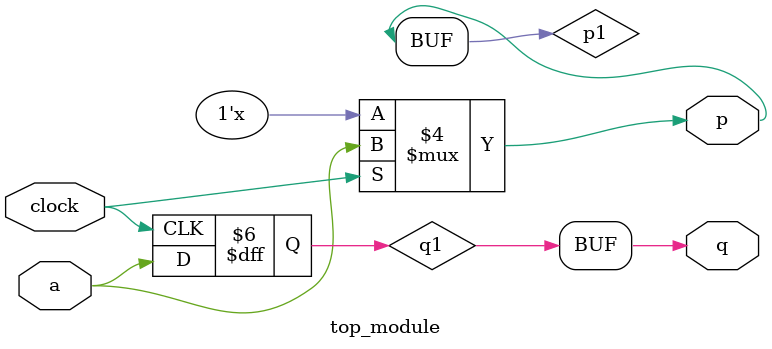
<source format=v>
module top_module (
    input clock,
    input a,
    output p,
    output q );
reg p1,q1;

always@(*)begin
  if(clock==1)
   p1<=a;
end
always@(negedge clock)begin
    q1<=a;
end  
assign p=p1;
assign q=q1;
endmodule

</source>
